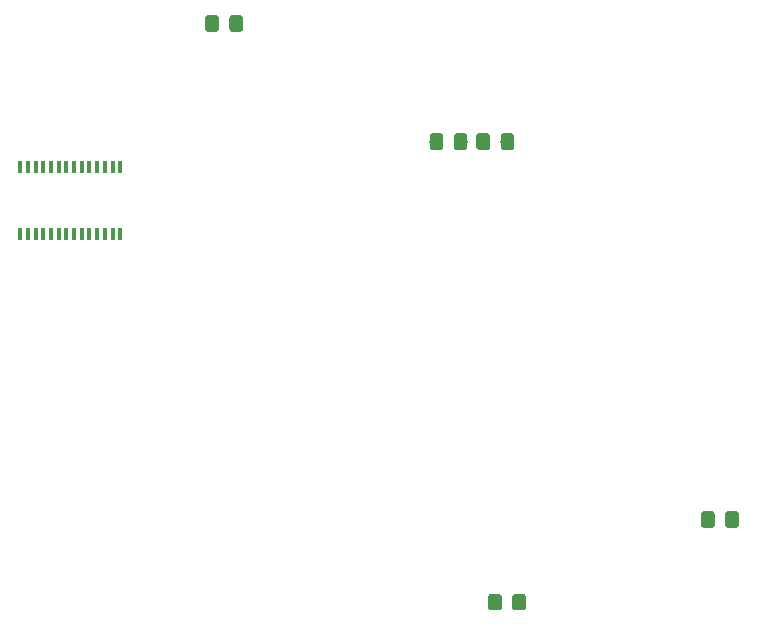
<source format=gbr>
%TF.GenerationSoftware,KiCad,Pcbnew,(5.1.4)-1*%
%TF.CreationDate,2019-08-28T16:24:02+03:00*%
%TF.ProjectId,Timsah_Main_Board,54696d73-6168-45f4-9d61-696e5f426f61,rev?*%
%TF.SameCoordinates,Original*%
%TF.FileFunction,Paste,Top*%
%TF.FilePolarity,Positive*%
%FSLAX46Y46*%
G04 Gerber Fmt 4.6, Leading zero omitted, Abs format (unit mm)*
G04 Created by KiCad (PCBNEW (5.1.4)-1) date 2019-08-28 16:24:02*
%MOMM*%
%LPD*%
G04 APERTURE LIST*
%ADD10C,0.100000*%
%ADD11C,1.150000*%
%ADD12R,0.400000X1.100000*%
G04 APERTURE END LIST*
D10*
G36*
X70349505Y-74301204D02*
G01*
X70373773Y-74304804D01*
X70397572Y-74310765D01*
X70420671Y-74319030D01*
X70442850Y-74329520D01*
X70463893Y-74342132D01*
X70483599Y-74356747D01*
X70501777Y-74373223D01*
X70518253Y-74391401D01*
X70532868Y-74411107D01*
X70545480Y-74432150D01*
X70555970Y-74454329D01*
X70564235Y-74477428D01*
X70570196Y-74501227D01*
X70573796Y-74525495D01*
X70575000Y-74549999D01*
X70575000Y-75450001D01*
X70573796Y-75474505D01*
X70570196Y-75498773D01*
X70564235Y-75522572D01*
X70555970Y-75545671D01*
X70545480Y-75567850D01*
X70532868Y-75588893D01*
X70518253Y-75608599D01*
X70501777Y-75626777D01*
X70483599Y-75643253D01*
X70463893Y-75657868D01*
X70442850Y-75670480D01*
X70420671Y-75680970D01*
X70397572Y-75689235D01*
X70373773Y-75695196D01*
X70349505Y-75698796D01*
X70325001Y-75700000D01*
X69674999Y-75700000D01*
X69650495Y-75698796D01*
X69626227Y-75695196D01*
X69602428Y-75689235D01*
X69579329Y-75680970D01*
X69557150Y-75670480D01*
X69536107Y-75657868D01*
X69516401Y-75643253D01*
X69498223Y-75626777D01*
X69481747Y-75608599D01*
X69467132Y-75588893D01*
X69454520Y-75567850D01*
X69444030Y-75545671D01*
X69435765Y-75522572D01*
X69429804Y-75498773D01*
X69426204Y-75474505D01*
X69425000Y-75450001D01*
X69425000Y-74549999D01*
X69426204Y-74525495D01*
X69429804Y-74501227D01*
X69435765Y-74477428D01*
X69444030Y-74454329D01*
X69454520Y-74432150D01*
X69467132Y-74411107D01*
X69481747Y-74391401D01*
X69498223Y-74373223D01*
X69516401Y-74356747D01*
X69536107Y-74342132D01*
X69557150Y-74329520D01*
X69579329Y-74319030D01*
X69602428Y-74310765D01*
X69626227Y-74304804D01*
X69650495Y-74301204D01*
X69674999Y-74300000D01*
X70325001Y-74300000D01*
X70349505Y-74301204D01*
X70349505Y-74301204D01*
G37*
D11*
X70000000Y-75000000D03*
D10*
G36*
X72399505Y-74301204D02*
G01*
X72423773Y-74304804D01*
X72447572Y-74310765D01*
X72470671Y-74319030D01*
X72492850Y-74329520D01*
X72513893Y-74342132D01*
X72533599Y-74356747D01*
X72551777Y-74373223D01*
X72568253Y-74391401D01*
X72582868Y-74411107D01*
X72595480Y-74432150D01*
X72605970Y-74454329D01*
X72614235Y-74477428D01*
X72620196Y-74501227D01*
X72623796Y-74525495D01*
X72625000Y-74549999D01*
X72625000Y-75450001D01*
X72623796Y-75474505D01*
X72620196Y-75498773D01*
X72614235Y-75522572D01*
X72605970Y-75545671D01*
X72595480Y-75567850D01*
X72582868Y-75588893D01*
X72568253Y-75608599D01*
X72551777Y-75626777D01*
X72533599Y-75643253D01*
X72513893Y-75657868D01*
X72492850Y-75670480D01*
X72470671Y-75680970D01*
X72447572Y-75689235D01*
X72423773Y-75695196D01*
X72399505Y-75698796D01*
X72375001Y-75700000D01*
X71724999Y-75700000D01*
X71700495Y-75698796D01*
X71676227Y-75695196D01*
X71652428Y-75689235D01*
X71629329Y-75680970D01*
X71607150Y-75670480D01*
X71586107Y-75657868D01*
X71566401Y-75643253D01*
X71548223Y-75626777D01*
X71531747Y-75608599D01*
X71517132Y-75588893D01*
X71504520Y-75567850D01*
X71494030Y-75545671D01*
X71485765Y-75522572D01*
X71479804Y-75498773D01*
X71476204Y-75474505D01*
X71475000Y-75450001D01*
X71475000Y-74549999D01*
X71476204Y-74525495D01*
X71479804Y-74501227D01*
X71485765Y-74477428D01*
X71494030Y-74454329D01*
X71504520Y-74432150D01*
X71517132Y-74411107D01*
X71531747Y-74391401D01*
X71548223Y-74373223D01*
X71566401Y-74356747D01*
X71586107Y-74342132D01*
X71607150Y-74329520D01*
X71629329Y-74319030D01*
X71652428Y-74310765D01*
X71676227Y-74304804D01*
X71700495Y-74301204D01*
X71724999Y-74300000D01*
X72375001Y-74300000D01*
X72399505Y-74301204D01*
X72399505Y-74301204D01*
G37*
D11*
X72050000Y-75000000D03*
D10*
G36*
X96349505Y-123301204D02*
G01*
X96373773Y-123304804D01*
X96397572Y-123310765D01*
X96420671Y-123319030D01*
X96442850Y-123329520D01*
X96463893Y-123342132D01*
X96483599Y-123356747D01*
X96501777Y-123373223D01*
X96518253Y-123391401D01*
X96532868Y-123411107D01*
X96545480Y-123432150D01*
X96555970Y-123454329D01*
X96564235Y-123477428D01*
X96570196Y-123501227D01*
X96573796Y-123525495D01*
X96575000Y-123549999D01*
X96575000Y-124450001D01*
X96573796Y-124474505D01*
X96570196Y-124498773D01*
X96564235Y-124522572D01*
X96555970Y-124545671D01*
X96545480Y-124567850D01*
X96532868Y-124588893D01*
X96518253Y-124608599D01*
X96501777Y-124626777D01*
X96483599Y-124643253D01*
X96463893Y-124657868D01*
X96442850Y-124670480D01*
X96420671Y-124680970D01*
X96397572Y-124689235D01*
X96373773Y-124695196D01*
X96349505Y-124698796D01*
X96325001Y-124700000D01*
X95674999Y-124700000D01*
X95650495Y-124698796D01*
X95626227Y-124695196D01*
X95602428Y-124689235D01*
X95579329Y-124680970D01*
X95557150Y-124670480D01*
X95536107Y-124657868D01*
X95516401Y-124643253D01*
X95498223Y-124626777D01*
X95481747Y-124608599D01*
X95467132Y-124588893D01*
X95454520Y-124567850D01*
X95444030Y-124545671D01*
X95435765Y-124522572D01*
X95429804Y-124498773D01*
X95426204Y-124474505D01*
X95425000Y-124450001D01*
X95425000Y-123549999D01*
X95426204Y-123525495D01*
X95429804Y-123501227D01*
X95435765Y-123477428D01*
X95444030Y-123454329D01*
X95454520Y-123432150D01*
X95467132Y-123411107D01*
X95481747Y-123391401D01*
X95498223Y-123373223D01*
X95516401Y-123356747D01*
X95536107Y-123342132D01*
X95557150Y-123329520D01*
X95579329Y-123319030D01*
X95602428Y-123310765D01*
X95626227Y-123304804D01*
X95650495Y-123301204D01*
X95674999Y-123300000D01*
X96325001Y-123300000D01*
X96349505Y-123301204D01*
X96349505Y-123301204D01*
G37*
D11*
X96000000Y-124000000D03*
D10*
G36*
X94299505Y-123301204D02*
G01*
X94323773Y-123304804D01*
X94347572Y-123310765D01*
X94370671Y-123319030D01*
X94392850Y-123329520D01*
X94413893Y-123342132D01*
X94433599Y-123356747D01*
X94451777Y-123373223D01*
X94468253Y-123391401D01*
X94482868Y-123411107D01*
X94495480Y-123432150D01*
X94505970Y-123454329D01*
X94514235Y-123477428D01*
X94520196Y-123501227D01*
X94523796Y-123525495D01*
X94525000Y-123549999D01*
X94525000Y-124450001D01*
X94523796Y-124474505D01*
X94520196Y-124498773D01*
X94514235Y-124522572D01*
X94505970Y-124545671D01*
X94495480Y-124567850D01*
X94482868Y-124588893D01*
X94468253Y-124608599D01*
X94451777Y-124626777D01*
X94433599Y-124643253D01*
X94413893Y-124657868D01*
X94392850Y-124670480D01*
X94370671Y-124680970D01*
X94347572Y-124689235D01*
X94323773Y-124695196D01*
X94299505Y-124698796D01*
X94275001Y-124700000D01*
X93624999Y-124700000D01*
X93600495Y-124698796D01*
X93576227Y-124695196D01*
X93552428Y-124689235D01*
X93529329Y-124680970D01*
X93507150Y-124670480D01*
X93486107Y-124657868D01*
X93466401Y-124643253D01*
X93448223Y-124626777D01*
X93431747Y-124608599D01*
X93417132Y-124588893D01*
X93404520Y-124567850D01*
X93394030Y-124545671D01*
X93385765Y-124522572D01*
X93379804Y-124498773D01*
X93376204Y-124474505D01*
X93375000Y-124450001D01*
X93375000Y-123549999D01*
X93376204Y-123525495D01*
X93379804Y-123501227D01*
X93385765Y-123477428D01*
X93394030Y-123454329D01*
X93404520Y-123432150D01*
X93417132Y-123411107D01*
X93431747Y-123391401D01*
X93448223Y-123373223D01*
X93466401Y-123356747D01*
X93486107Y-123342132D01*
X93507150Y-123329520D01*
X93529329Y-123319030D01*
X93552428Y-123310765D01*
X93576227Y-123304804D01*
X93600495Y-123301204D01*
X93624999Y-123300000D01*
X94275001Y-123300000D01*
X94299505Y-123301204D01*
X94299505Y-123301204D01*
G37*
D11*
X93950000Y-124000000D03*
D10*
G36*
X91399505Y-84301204D02*
G01*
X91423773Y-84304804D01*
X91447572Y-84310765D01*
X91470671Y-84319030D01*
X91492850Y-84329520D01*
X91513893Y-84342132D01*
X91533599Y-84356747D01*
X91551777Y-84373223D01*
X91568253Y-84391401D01*
X91582868Y-84411107D01*
X91595480Y-84432150D01*
X91605970Y-84454329D01*
X91614235Y-84477428D01*
X91620196Y-84501227D01*
X91623796Y-84525495D01*
X91625000Y-84549999D01*
X91625000Y-85450001D01*
X91623796Y-85474505D01*
X91620196Y-85498773D01*
X91614235Y-85522572D01*
X91605970Y-85545671D01*
X91595480Y-85567850D01*
X91582868Y-85588893D01*
X91568253Y-85608599D01*
X91551777Y-85626777D01*
X91533599Y-85643253D01*
X91513893Y-85657868D01*
X91492850Y-85670480D01*
X91470671Y-85680970D01*
X91447572Y-85689235D01*
X91423773Y-85695196D01*
X91399505Y-85698796D01*
X91375001Y-85700000D01*
X90724999Y-85700000D01*
X90700495Y-85698796D01*
X90676227Y-85695196D01*
X90652428Y-85689235D01*
X90629329Y-85680970D01*
X90607150Y-85670480D01*
X90586107Y-85657868D01*
X90566401Y-85643253D01*
X90548223Y-85626777D01*
X90531747Y-85608599D01*
X90517132Y-85588893D01*
X90504520Y-85567850D01*
X90494030Y-85545671D01*
X90485765Y-85522572D01*
X90479804Y-85498773D01*
X90476204Y-85474505D01*
X90475000Y-85450001D01*
X90475000Y-84549999D01*
X90476204Y-84525495D01*
X90479804Y-84501227D01*
X90485765Y-84477428D01*
X90494030Y-84454329D01*
X90504520Y-84432150D01*
X90517132Y-84411107D01*
X90531747Y-84391401D01*
X90548223Y-84373223D01*
X90566401Y-84356747D01*
X90586107Y-84342132D01*
X90607150Y-84329520D01*
X90629329Y-84319030D01*
X90652428Y-84310765D01*
X90676227Y-84304804D01*
X90700495Y-84301204D01*
X90724999Y-84300000D01*
X91375001Y-84300000D01*
X91399505Y-84301204D01*
X91399505Y-84301204D01*
G37*
D11*
X91050000Y-85000000D03*
D10*
G36*
X89349505Y-84301204D02*
G01*
X89373773Y-84304804D01*
X89397572Y-84310765D01*
X89420671Y-84319030D01*
X89442850Y-84329520D01*
X89463893Y-84342132D01*
X89483599Y-84356747D01*
X89501777Y-84373223D01*
X89518253Y-84391401D01*
X89532868Y-84411107D01*
X89545480Y-84432150D01*
X89555970Y-84454329D01*
X89564235Y-84477428D01*
X89570196Y-84501227D01*
X89573796Y-84525495D01*
X89575000Y-84549999D01*
X89575000Y-85450001D01*
X89573796Y-85474505D01*
X89570196Y-85498773D01*
X89564235Y-85522572D01*
X89555970Y-85545671D01*
X89545480Y-85567850D01*
X89532868Y-85588893D01*
X89518253Y-85608599D01*
X89501777Y-85626777D01*
X89483599Y-85643253D01*
X89463893Y-85657868D01*
X89442850Y-85670480D01*
X89420671Y-85680970D01*
X89397572Y-85689235D01*
X89373773Y-85695196D01*
X89349505Y-85698796D01*
X89325001Y-85700000D01*
X88674999Y-85700000D01*
X88650495Y-85698796D01*
X88626227Y-85695196D01*
X88602428Y-85689235D01*
X88579329Y-85680970D01*
X88557150Y-85670480D01*
X88536107Y-85657868D01*
X88516401Y-85643253D01*
X88498223Y-85626777D01*
X88481747Y-85608599D01*
X88467132Y-85588893D01*
X88454520Y-85567850D01*
X88444030Y-85545671D01*
X88435765Y-85522572D01*
X88429804Y-85498773D01*
X88426204Y-85474505D01*
X88425000Y-85450001D01*
X88425000Y-84549999D01*
X88426204Y-84525495D01*
X88429804Y-84501227D01*
X88435765Y-84477428D01*
X88444030Y-84454329D01*
X88454520Y-84432150D01*
X88467132Y-84411107D01*
X88481747Y-84391401D01*
X88498223Y-84373223D01*
X88516401Y-84356747D01*
X88536107Y-84342132D01*
X88557150Y-84329520D01*
X88579329Y-84319030D01*
X88602428Y-84310765D01*
X88626227Y-84304804D01*
X88650495Y-84301204D01*
X88674999Y-84300000D01*
X89325001Y-84300000D01*
X89349505Y-84301204D01*
X89349505Y-84301204D01*
G37*
D11*
X89000000Y-85000000D03*
D10*
G36*
X93299505Y-84301204D02*
G01*
X93323773Y-84304804D01*
X93347572Y-84310765D01*
X93370671Y-84319030D01*
X93392850Y-84329520D01*
X93413893Y-84342132D01*
X93433599Y-84356747D01*
X93451777Y-84373223D01*
X93468253Y-84391401D01*
X93482868Y-84411107D01*
X93495480Y-84432150D01*
X93505970Y-84454329D01*
X93514235Y-84477428D01*
X93520196Y-84501227D01*
X93523796Y-84525495D01*
X93525000Y-84549999D01*
X93525000Y-85450001D01*
X93523796Y-85474505D01*
X93520196Y-85498773D01*
X93514235Y-85522572D01*
X93505970Y-85545671D01*
X93495480Y-85567850D01*
X93482868Y-85588893D01*
X93468253Y-85608599D01*
X93451777Y-85626777D01*
X93433599Y-85643253D01*
X93413893Y-85657868D01*
X93392850Y-85670480D01*
X93370671Y-85680970D01*
X93347572Y-85689235D01*
X93323773Y-85695196D01*
X93299505Y-85698796D01*
X93275001Y-85700000D01*
X92624999Y-85700000D01*
X92600495Y-85698796D01*
X92576227Y-85695196D01*
X92552428Y-85689235D01*
X92529329Y-85680970D01*
X92507150Y-85670480D01*
X92486107Y-85657868D01*
X92466401Y-85643253D01*
X92448223Y-85626777D01*
X92431747Y-85608599D01*
X92417132Y-85588893D01*
X92404520Y-85567850D01*
X92394030Y-85545671D01*
X92385765Y-85522572D01*
X92379804Y-85498773D01*
X92376204Y-85474505D01*
X92375000Y-85450001D01*
X92375000Y-84549999D01*
X92376204Y-84525495D01*
X92379804Y-84501227D01*
X92385765Y-84477428D01*
X92394030Y-84454329D01*
X92404520Y-84432150D01*
X92417132Y-84411107D01*
X92431747Y-84391401D01*
X92448223Y-84373223D01*
X92466401Y-84356747D01*
X92486107Y-84342132D01*
X92507150Y-84329520D01*
X92529329Y-84319030D01*
X92552428Y-84310765D01*
X92576227Y-84304804D01*
X92600495Y-84301204D01*
X92624999Y-84300000D01*
X93275001Y-84300000D01*
X93299505Y-84301204D01*
X93299505Y-84301204D01*
G37*
D11*
X92950000Y-85000000D03*
D10*
G36*
X95349505Y-84301204D02*
G01*
X95373773Y-84304804D01*
X95397572Y-84310765D01*
X95420671Y-84319030D01*
X95442850Y-84329520D01*
X95463893Y-84342132D01*
X95483599Y-84356747D01*
X95501777Y-84373223D01*
X95518253Y-84391401D01*
X95532868Y-84411107D01*
X95545480Y-84432150D01*
X95555970Y-84454329D01*
X95564235Y-84477428D01*
X95570196Y-84501227D01*
X95573796Y-84525495D01*
X95575000Y-84549999D01*
X95575000Y-85450001D01*
X95573796Y-85474505D01*
X95570196Y-85498773D01*
X95564235Y-85522572D01*
X95555970Y-85545671D01*
X95545480Y-85567850D01*
X95532868Y-85588893D01*
X95518253Y-85608599D01*
X95501777Y-85626777D01*
X95483599Y-85643253D01*
X95463893Y-85657868D01*
X95442850Y-85670480D01*
X95420671Y-85680970D01*
X95397572Y-85689235D01*
X95373773Y-85695196D01*
X95349505Y-85698796D01*
X95325001Y-85700000D01*
X94674999Y-85700000D01*
X94650495Y-85698796D01*
X94626227Y-85695196D01*
X94602428Y-85689235D01*
X94579329Y-85680970D01*
X94557150Y-85670480D01*
X94536107Y-85657868D01*
X94516401Y-85643253D01*
X94498223Y-85626777D01*
X94481747Y-85608599D01*
X94467132Y-85588893D01*
X94454520Y-85567850D01*
X94444030Y-85545671D01*
X94435765Y-85522572D01*
X94429804Y-85498773D01*
X94426204Y-85474505D01*
X94425000Y-85450001D01*
X94425000Y-84549999D01*
X94426204Y-84525495D01*
X94429804Y-84501227D01*
X94435765Y-84477428D01*
X94444030Y-84454329D01*
X94454520Y-84432150D01*
X94467132Y-84411107D01*
X94481747Y-84391401D01*
X94498223Y-84373223D01*
X94516401Y-84356747D01*
X94536107Y-84342132D01*
X94557150Y-84329520D01*
X94579329Y-84319030D01*
X94602428Y-84310765D01*
X94626227Y-84304804D01*
X94650495Y-84301204D01*
X94674999Y-84300000D01*
X95325001Y-84300000D01*
X95349505Y-84301204D01*
X95349505Y-84301204D01*
G37*
D11*
X95000000Y-85000000D03*
D12*
X53775000Y-92850000D03*
X54425000Y-92850000D03*
X55075000Y-92850000D03*
X55725000Y-92850000D03*
X56375000Y-92850000D03*
X57025000Y-92850000D03*
X57675000Y-92850000D03*
X58325000Y-92850000D03*
X58975000Y-92850000D03*
X59625000Y-92850000D03*
X60275000Y-92850000D03*
X60925000Y-92850000D03*
X61575000Y-92850000D03*
X62225000Y-92850000D03*
X62225000Y-87150000D03*
X61575000Y-87150000D03*
X60925000Y-87150000D03*
X60275000Y-87150000D03*
X59625000Y-87150000D03*
X58975000Y-87150000D03*
X58325000Y-87150000D03*
X57675000Y-87150000D03*
X57025000Y-87150000D03*
X56375000Y-87150000D03*
X55725000Y-87150000D03*
X55075000Y-87150000D03*
X54425000Y-87150000D03*
X53775000Y-87150000D03*
D10*
G36*
X114374505Y-116301204D02*
G01*
X114398773Y-116304804D01*
X114422572Y-116310765D01*
X114445671Y-116319030D01*
X114467850Y-116329520D01*
X114488893Y-116342132D01*
X114508599Y-116356747D01*
X114526777Y-116373223D01*
X114543253Y-116391401D01*
X114557868Y-116411107D01*
X114570480Y-116432150D01*
X114580970Y-116454329D01*
X114589235Y-116477428D01*
X114595196Y-116501227D01*
X114598796Y-116525495D01*
X114600000Y-116549999D01*
X114600000Y-117450001D01*
X114598796Y-117474505D01*
X114595196Y-117498773D01*
X114589235Y-117522572D01*
X114580970Y-117545671D01*
X114570480Y-117567850D01*
X114557868Y-117588893D01*
X114543253Y-117608599D01*
X114526777Y-117626777D01*
X114508599Y-117643253D01*
X114488893Y-117657868D01*
X114467850Y-117670480D01*
X114445671Y-117680970D01*
X114422572Y-117689235D01*
X114398773Y-117695196D01*
X114374505Y-117698796D01*
X114350001Y-117700000D01*
X113699999Y-117700000D01*
X113675495Y-117698796D01*
X113651227Y-117695196D01*
X113627428Y-117689235D01*
X113604329Y-117680970D01*
X113582150Y-117670480D01*
X113561107Y-117657868D01*
X113541401Y-117643253D01*
X113523223Y-117626777D01*
X113506747Y-117608599D01*
X113492132Y-117588893D01*
X113479520Y-117567850D01*
X113469030Y-117545671D01*
X113460765Y-117522572D01*
X113454804Y-117498773D01*
X113451204Y-117474505D01*
X113450000Y-117450001D01*
X113450000Y-116549999D01*
X113451204Y-116525495D01*
X113454804Y-116501227D01*
X113460765Y-116477428D01*
X113469030Y-116454329D01*
X113479520Y-116432150D01*
X113492132Y-116411107D01*
X113506747Y-116391401D01*
X113523223Y-116373223D01*
X113541401Y-116356747D01*
X113561107Y-116342132D01*
X113582150Y-116329520D01*
X113604329Y-116319030D01*
X113627428Y-116310765D01*
X113651227Y-116304804D01*
X113675495Y-116301204D01*
X113699999Y-116300000D01*
X114350001Y-116300000D01*
X114374505Y-116301204D01*
X114374505Y-116301204D01*
G37*
D11*
X114025000Y-117000000D03*
D10*
G36*
X112324505Y-116301204D02*
G01*
X112348773Y-116304804D01*
X112372572Y-116310765D01*
X112395671Y-116319030D01*
X112417850Y-116329520D01*
X112438893Y-116342132D01*
X112458599Y-116356747D01*
X112476777Y-116373223D01*
X112493253Y-116391401D01*
X112507868Y-116411107D01*
X112520480Y-116432150D01*
X112530970Y-116454329D01*
X112539235Y-116477428D01*
X112545196Y-116501227D01*
X112548796Y-116525495D01*
X112550000Y-116549999D01*
X112550000Y-117450001D01*
X112548796Y-117474505D01*
X112545196Y-117498773D01*
X112539235Y-117522572D01*
X112530970Y-117545671D01*
X112520480Y-117567850D01*
X112507868Y-117588893D01*
X112493253Y-117608599D01*
X112476777Y-117626777D01*
X112458599Y-117643253D01*
X112438893Y-117657868D01*
X112417850Y-117670480D01*
X112395671Y-117680970D01*
X112372572Y-117689235D01*
X112348773Y-117695196D01*
X112324505Y-117698796D01*
X112300001Y-117700000D01*
X111649999Y-117700000D01*
X111625495Y-117698796D01*
X111601227Y-117695196D01*
X111577428Y-117689235D01*
X111554329Y-117680970D01*
X111532150Y-117670480D01*
X111511107Y-117657868D01*
X111491401Y-117643253D01*
X111473223Y-117626777D01*
X111456747Y-117608599D01*
X111442132Y-117588893D01*
X111429520Y-117567850D01*
X111419030Y-117545671D01*
X111410765Y-117522572D01*
X111404804Y-117498773D01*
X111401204Y-117474505D01*
X111400000Y-117450001D01*
X111400000Y-116549999D01*
X111401204Y-116525495D01*
X111404804Y-116501227D01*
X111410765Y-116477428D01*
X111419030Y-116454329D01*
X111429520Y-116432150D01*
X111442132Y-116411107D01*
X111456747Y-116391401D01*
X111473223Y-116373223D01*
X111491401Y-116356747D01*
X111511107Y-116342132D01*
X111532150Y-116329520D01*
X111554329Y-116319030D01*
X111577428Y-116310765D01*
X111601227Y-116304804D01*
X111625495Y-116301204D01*
X111649999Y-116300000D01*
X112300001Y-116300000D01*
X112324505Y-116301204D01*
X112324505Y-116301204D01*
G37*
D11*
X111975000Y-117000000D03*
M02*

</source>
